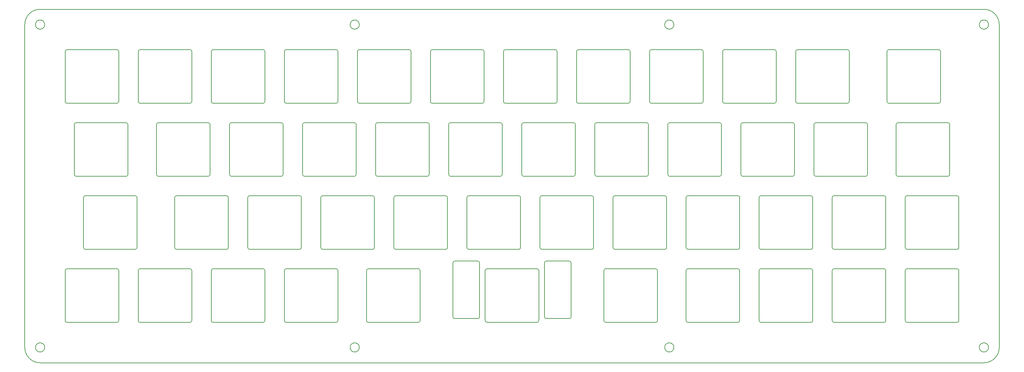
<source format=gm1>
G04 #@! TF.GenerationSoftware,KiCad,Pcbnew,(5.0.0)*
G04 #@! TF.CreationDate,2019-01-29T14:29:50-08:00*
G04 #@! TF.ProjectId,UT47.2-Top,555434372E322D546F702E6B69636164,rev?*
G04 #@! TF.SameCoordinates,Original*
G04 #@! TF.FileFunction,Profile,NP*
%FSLAX46Y46*%
G04 Gerber Fmt 4.6, Leading zero omitted, Abs format (unit mm)*
G04 Created by KiCad (PCBNEW (5.0.0)) date 01/29/19 14:29:50*
%MOMM*%
%LPD*%
G01*
G04 APERTURE LIST*
G04 #@! TA.AperFunction,NonConductor*
%ADD10C,0.200000*%
G04 #@! TD*
G04 APERTURE END LIST*
D10*
G04 #@! TO.C,J1*
X173767750Y-69024500D02*
X186767750Y-69024500D01*
X87542750Y-101574500D02*
X87542750Y-88574500D01*
X88042750Y-44924500D02*
G75*
G02X87542750Y-44424500I0J500000D01*
G01*
X87542750Y-31424500D02*
X87542750Y-44424500D01*
X186767750Y-69024500D02*
G75*
G02X187267750Y-69524500I0J-500000D01*
G01*
X206317750Y-82524500D02*
G75*
G02X205817750Y-83024500I-500000J0D01*
G01*
X88042750Y-102074500D02*
G75*
G02X87542750Y-101574500I0J500000D01*
G01*
X205817750Y-83024500D02*
X192817750Y-83024500D01*
X192817750Y-83024500D02*
G75*
G02X192317750Y-82524500I0J500000D01*
G01*
X192317750Y-82524500D02*
X192317750Y-69524500D01*
X101042750Y-102074500D02*
X88042750Y-102074500D01*
X192317750Y-69524500D02*
G75*
G02X192817750Y-69024500I500000J0D01*
G01*
X192817750Y-69024500D02*
X205817750Y-69024500D01*
X205817750Y-69024500D02*
G75*
G02X206317750Y-69524500I0J-500000D01*
G01*
X206317750Y-69524500D02*
X206317750Y-82524500D01*
X107109417Y-108599500D02*
G75*
G03X107109417Y-108599500I-1200000J0D01*
G01*
X101542750Y-44424500D02*
G75*
G02X101042750Y-44924500I-500000J0D01*
G01*
X88042750Y-44924500D02*
X101042750Y-44924500D01*
X101542750Y-44424500D02*
X101542750Y-31424500D01*
X101042750Y-30924500D02*
G75*
G02X101542750Y-31424500I0J-500000D01*
G01*
X101042750Y-30924500D02*
X88042750Y-30924500D01*
X87542750Y-31424500D02*
G75*
G02X88042750Y-30924500I500000J0D01*
G01*
X173267750Y-69524500D02*
G75*
G02X173767750Y-69024500I500000J0D01*
G01*
X230917750Y-69024500D02*
X243917750Y-69024500D01*
X230917750Y-83024500D02*
G75*
G02X230417750Y-82524500I0J500000D01*
G01*
X155868250Y-101074500D02*
G75*
G02X155368250Y-100574500I0J500000D01*
G01*
X161868250Y-86074500D02*
G75*
G02X162368250Y-86574500I0J-500000D01*
G01*
X162368250Y-86574500D02*
X162368250Y-100574500D01*
X230417750Y-82524500D02*
X230417750Y-69524500D01*
X243917750Y-69024500D02*
G75*
G02X244417750Y-69524500I0J-500000D01*
G01*
X244417750Y-82524500D02*
G75*
G02X243917750Y-83024500I-500000J0D01*
G01*
X243917750Y-83024500D02*
X230917750Y-83024500D01*
X244417750Y-69524500D02*
X244417750Y-82524500D01*
X155368250Y-100574500D02*
X155368250Y-86574500D01*
X155868250Y-86074500D02*
X161868250Y-86074500D01*
X111355250Y-50474500D02*
G75*
G02X111855250Y-49974500I500000J0D01*
G01*
X155368250Y-86574500D02*
G75*
G02X155868250Y-86074500I500000J0D01*
G01*
X111855250Y-49974500D02*
X124855250Y-49974500D01*
X111855250Y-63974500D02*
G75*
G02X111355250Y-63474500I0J500000D01*
G01*
X230417750Y-69524500D02*
G75*
G02X230917750Y-69024500I500000J0D01*
G01*
X125355250Y-50474500D02*
X125355250Y-63474500D01*
X125355250Y-63474500D02*
G75*
G02X124855250Y-63974500I-500000J0D01*
G01*
X161868250Y-101074500D02*
X155868250Y-101074500D01*
X124855250Y-63974500D02*
X111855250Y-63974500D01*
X162368250Y-100574500D02*
G75*
G02X161868250Y-101074500I-500000J0D01*
G01*
X124855250Y-49974500D02*
G75*
G02X125355250Y-50474500I0J-500000D01*
G01*
X30892750Y-44924500D02*
G75*
G02X30392750Y-44424500I0J500000D01*
G01*
X43892750Y-30924500D02*
G75*
G02X44392750Y-31424500I0J-500000D01*
G01*
X44392750Y-31424500D02*
X44392750Y-44424500D01*
X120092750Y-30924500D02*
G75*
G02X120592750Y-31424500I0J-500000D01*
G01*
X30392750Y-44424500D02*
X30392750Y-31424500D01*
X120092750Y-44924500D02*
X107092750Y-44924500D01*
X87542750Y-88574500D02*
G75*
G02X88042750Y-88074500I500000J0D01*
G01*
X88042750Y-88074500D02*
X101042750Y-88074500D01*
X30392750Y-31424500D02*
G75*
G02X30892750Y-30924500I500000J0D01*
G01*
X44392750Y-44424500D02*
G75*
G02X43892750Y-44924500I-500000J0D01*
G01*
X101042750Y-88074500D02*
G75*
G02X101542750Y-88574500I0J-500000D01*
G01*
X135167750Y-82524500D02*
X135167750Y-69524500D01*
X101542750Y-88574500D02*
X101542750Y-101574500D01*
X101542750Y-101574500D02*
G75*
G02X101042750Y-102074500I-500000J0D01*
G01*
X106592750Y-31424500D02*
G75*
G02X107092750Y-30924500I500000J0D01*
G01*
X43892750Y-44924500D02*
X30892750Y-44924500D01*
X120592750Y-31424500D02*
X120592750Y-44424500D01*
X120592750Y-44424500D02*
G75*
G02X120092750Y-44924500I-500000J0D01*
G01*
X107109417Y-24399500D02*
G75*
G03X107109417Y-24399500I-1200000J0D01*
G01*
X30892750Y-30924500D02*
X43892750Y-30924500D01*
X106592750Y-44424500D02*
X106592750Y-31424500D01*
X107092750Y-44924500D02*
G75*
G02X106592750Y-44424500I0J500000D01*
G01*
X107092750Y-30924500D02*
X120092750Y-30924500D01*
X49155250Y-82524500D02*
G75*
G02X48655250Y-83024500I-500000J0D01*
G01*
X226155250Y-49974500D02*
X239155250Y-49974500D01*
X49155250Y-69524500D02*
X49155250Y-82524500D01*
X239155250Y-63974500D02*
X226155250Y-63974500D01*
X35155250Y-82524500D02*
X35155250Y-69524500D01*
X111355250Y-63474500D02*
X111355250Y-50474500D01*
X162955250Y-49974500D02*
G75*
G02X163455250Y-50474500I0J-500000D01*
G01*
X149455250Y-50474500D02*
G75*
G02X149955250Y-49974500I500000J0D01*
G01*
X163455250Y-50474500D02*
X163455250Y-63474500D01*
X163455250Y-63474500D02*
G75*
G02X162955250Y-63974500I-500000J0D01*
G01*
X149955250Y-49974500D02*
X162955250Y-49974500D01*
X162955250Y-63974500D02*
X149955250Y-63974500D01*
X149955250Y-63974500D02*
G75*
G02X149455250Y-63474500I0J500000D01*
G01*
X149455250Y-63474500D02*
X149455250Y-50474500D01*
X35155250Y-69524500D02*
G75*
G02X35655250Y-69024500I500000J0D01*
G01*
X35655250Y-69024500D02*
X48655250Y-69024500D01*
X48655250Y-69024500D02*
G75*
G02X49155250Y-69524500I0J-500000D01*
G01*
X239655250Y-50474500D02*
X239655250Y-63474500D01*
X48655250Y-83024500D02*
X35655250Y-83024500D01*
X225655250Y-50474500D02*
G75*
G02X226155250Y-49974500I500000J0D01*
G01*
X239155250Y-49974500D02*
G75*
G02X239655250Y-50474500I0J-500000D01*
G01*
X239655250Y-63474500D02*
G75*
G02X239155250Y-63974500I-500000J0D01*
G01*
X35655250Y-83024500D02*
G75*
G02X35155250Y-82524500I0J500000D01*
G01*
X221392750Y-44924500D02*
G75*
G02X220892750Y-44424500I0J500000D01*
G01*
X49442750Y-44424500D02*
X49442750Y-31424500D01*
X192817750Y-88074500D02*
X205817750Y-88074500D01*
X68205250Y-63474500D02*
G75*
G02X67705250Y-63974500I-500000J0D01*
G01*
X54705250Y-63974500D02*
G75*
G02X54205250Y-63474500I0J500000D01*
G01*
X145192750Y-30924500D02*
X158192750Y-30924500D01*
X63442750Y-31424500D02*
X63442750Y-44424500D01*
X49942750Y-30924500D02*
X62942750Y-30924500D01*
X220892750Y-31424500D02*
G75*
G02X221392750Y-30924500I500000J0D01*
G01*
X144692750Y-31424500D02*
G75*
G02X145192750Y-30924500I500000J0D01*
G01*
X49942750Y-44924500D02*
G75*
G02X49442750Y-44424500I0J500000D01*
G01*
X215342750Y-30924500D02*
G75*
G02X215842750Y-31424500I0J-500000D01*
G01*
X221392750Y-30924500D02*
X234392750Y-30924500D01*
X158692750Y-31424500D02*
X158692750Y-44424500D01*
X234392750Y-44924500D02*
X221392750Y-44924500D01*
X215842750Y-31424500D02*
X215842750Y-44424500D01*
X202342750Y-44924500D02*
G75*
G02X201842750Y-44424500I0J500000D01*
G01*
X62942750Y-44924500D02*
X49942750Y-44924500D01*
X205817750Y-88074500D02*
G75*
G02X206317750Y-88574500I0J-500000D01*
G01*
X215342750Y-44924500D02*
X202342750Y-44924500D01*
X158692750Y-44424500D02*
G75*
G02X158192750Y-44924500I-500000J0D01*
G01*
X62942750Y-30924500D02*
G75*
G02X63442750Y-31424500I0J-500000D01*
G01*
X234892750Y-44424500D02*
G75*
G02X234392750Y-44924500I-500000J0D01*
G01*
X206317750Y-88574500D02*
X206317750Y-101574500D01*
X202342750Y-30924500D02*
X215342750Y-30924500D01*
X144692750Y-44424500D02*
X144692750Y-31424500D01*
X49442750Y-31424500D02*
G75*
G02X49942750Y-30924500I500000J0D01*
G01*
X63442750Y-44424500D02*
G75*
G02X62942750Y-44924500I-500000J0D01*
G01*
X192817750Y-102074500D02*
G75*
G02X192317750Y-101574500I0J500000D01*
G01*
X158192750Y-44924500D02*
X145192750Y-44924500D01*
X54205250Y-50474500D02*
G75*
G02X54705250Y-49974500I500000J0D01*
G01*
X234392750Y-30924500D02*
G75*
G02X234892750Y-31424500I0J-500000D01*
G01*
X68205250Y-50474500D02*
X68205250Y-63474500D01*
X206317750Y-101574500D02*
G75*
G02X205817750Y-102074500I-500000J0D01*
G01*
X205817750Y-102074500D02*
X192817750Y-102074500D01*
X192317750Y-101574500D02*
X192317750Y-88574500D01*
X67705250Y-63974500D02*
X54705250Y-63974500D01*
X54705250Y-49974500D02*
X67705250Y-49974500D01*
X234892750Y-31424500D02*
X234892750Y-44424500D01*
X220892750Y-44424500D02*
X220892750Y-31424500D01*
X192317750Y-88574500D02*
G75*
G02X192817750Y-88074500I500000J0D01*
G01*
X201842750Y-44424500D02*
X201842750Y-31424500D01*
X158192750Y-30924500D02*
G75*
G02X158692750Y-31424500I0J-500000D01*
G01*
X67705250Y-49974500D02*
G75*
G02X68205250Y-50474500I0J-500000D01*
G01*
X215842750Y-44424500D02*
G75*
G02X215342750Y-44924500I-500000J0D01*
G01*
X145192750Y-44924500D02*
G75*
G02X144692750Y-44424500I0J500000D01*
G01*
X82492750Y-31424500D02*
X82492750Y-44424500D01*
X81992750Y-44924500D02*
X68992750Y-44924500D01*
X258205250Y-30924500D02*
G75*
G02X258705250Y-31424500I0J-500000D01*
G01*
X244705250Y-44424500D02*
X244705250Y-31424500D01*
X258705250Y-44424500D02*
G75*
G02X258205250Y-44924500I-500000J0D01*
G01*
X68492750Y-31424500D02*
G75*
G02X68992750Y-30924500I500000J0D01*
G01*
X68992750Y-30924500D02*
X81992750Y-30924500D01*
X81992750Y-30924500D02*
G75*
G02X82492750Y-31424500I0J-500000D01*
G01*
X68492750Y-44424500D02*
X68492750Y-31424500D01*
X258205250Y-44924500D02*
X245205250Y-44924500D01*
X245205250Y-44924500D02*
G75*
G02X244705250Y-44424500I0J500000D01*
G01*
X135167750Y-69524500D02*
G75*
G02X135667750Y-69024500I500000J0D01*
G01*
X135667750Y-69024500D02*
X148667750Y-69024500D01*
X148667750Y-69024500D02*
G75*
G02X149167750Y-69524500I0J-500000D01*
G01*
X149167750Y-69524500D02*
X149167750Y-82524500D01*
X149167750Y-82524500D02*
G75*
G02X148667750Y-83024500I-500000J0D01*
G01*
X68992750Y-44924500D02*
G75*
G02X68492750Y-44424500I0J500000D01*
G01*
X258705250Y-31424500D02*
X258705250Y-44424500D01*
X244705250Y-31424500D02*
G75*
G02X245205250Y-30924500I500000J0D01*
G01*
X148667750Y-83024500D02*
X135667750Y-83024500D01*
X245205250Y-30924500D02*
X258205250Y-30924500D01*
X135667750Y-83024500D02*
G75*
G02X135167750Y-82524500I0J500000D01*
G01*
X82492750Y-44424500D02*
G75*
G02X81992750Y-44924500I-500000J0D01*
G01*
X189151083Y-108599500D02*
G75*
G03X189151083Y-108599500I-1200000J0D01*
G01*
X23867750Y-112599500D02*
G75*
G02X19867750Y-108599500I0J4000000D01*
G01*
X154717750Y-83024500D02*
G75*
G02X154217750Y-82524500I0J500000D01*
G01*
X269992750Y-112599500D02*
X23867750Y-112599500D01*
X167717750Y-69024500D02*
G75*
G02X168217750Y-69524500I0J-500000D01*
G01*
X168217750Y-69524500D02*
X168217750Y-82524500D01*
X23867750Y-20399500D02*
X269992750Y-20399500D01*
X19867750Y-108599500D02*
X19867750Y-24399500D01*
X168217750Y-82524500D02*
G75*
G02X167717750Y-83024500I-500000J0D01*
G01*
X154217750Y-82524500D02*
X154217750Y-69524500D01*
X273992750Y-24399500D02*
X273992750Y-108599500D01*
X271192750Y-24399500D02*
G75*
G03X271192750Y-24399500I-1200000J0D01*
G01*
X154217750Y-69524500D02*
G75*
G02X154717750Y-69024500I500000J0D01*
G01*
X19867750Y-24399500D02*
G75*
G02X23867750Y-20399500I4000000J0D01*
G01*
X269992750Y-20399500D02*
G75*
G02X273992750Y-24399500I0J-4000000D01*
G01*
X167717750Y-83024500D02*
X154717750Y-83024500D01*
X154717750Y-69024500D02*
X167717750Y-69024500D01*
X273992750Y-108599500D02*
G75*
G02X269992750Y-112599500I-4000000J0D01*
G01*
X186767750Y-83024500D02*
X173767750Y-83024500D01*
X247086500Y-50474500D02*
G75*
G02X247586500Y-49974500I500000J0D01*
G01*
X182505250Y-63474500D02*
G75*
G02X182005250Y-63974500I-500000J0D01*
G01*
X182005250Y-63974500D02*
X169005250Y-63974500D01*
X247086500Y-50474500D02*
X247086500Y-63474500D01*
X169005250Y-63974500D02*
G75*
G02X168505250Y-63474500I0J500000D01*
G01*
X168505250Y-63474500D02*
X168505250Y-50474500D01*
X260586500Y-49974500D02*
X247586500Y-49974500D01*
X182505250Y-50474500D02*
X182505250Y-63474500D01*
X125642750Y-31424500D02*
G75*
G02X126142750Y-30924500I500000J0D01*
G01*
X126142750Y-30924500D02*
X139142750Y-30924500D01*
X187267750Y-69524500D02*
X187267750Y-82524500D01*
X261086500Y-63474500D02*
G75*
G02X260586500Y-63974500I-500000J0D01*
G01*
X261086500Y-63474500D02*
X261086500Y-50474500D01*
X173267750Y-82524500D02*
X173267750Y-69524500D01*
X247586500Y-63974500D02*
G75*
G02X247086500Y-63474500I0J500000D01*
G01*
X247586500Y-63974500D02*
X260586500Y-63974500D01*
X260586500Y-49974500D02*
G75*
G02X261086500Y-50474500I0J-500000D01*
G01*
X173767750Y-83024500D02*
G75*
G02X173267750Y-82524500I0J500000D01*
G01*
X168505250Y-50474500D02*
G75*
G02X169005250Y-49974500I500000J0D01*
G01*
X187267750Y-82524500D02*
G75*
G02X186767750Y-83024500I-500000J0D01*
G01*
X169005250Y-49974500D02*
X182005250Y-49974500D01*
X182005250Y-49974500D02*
G75*
G02X182505250Y-50474500I0J-500000D01*
G01*
X137992250Y-101074500D02*
X131992250Y-101074500D01*
X225367750Y-101574500D02*
G75*
G02X224867750Y-102074500I-500000J0D01*
G01*
X224867750Y-102074500D02*
X211867750Y-102074500D01*
X211867750Y-102074500D02*
G75*
G02X211367750Y-101574500I0J500000D01*
G01*
X211367750Y-101574500D02*
X211367750Y-88574500D01*
X220105250Y-63974500D02*
X207105250Y-63974500D01*
X59467750Y-69024500D02*
X72467750Y-69024500D01*
X68492750Y-88574500D02*
G75*
G02X68992750Y-88074500I500000J0D01*
G01*
X68992750Y-88074500D02*
X81992750Y-88074500D01*
X81992750Y-88074500D02*
G75*
G02X82492750Y-88574500I0J-500000D01*
G01*
X207105250Y-63974500D02*
G75*
G02X206605250Y-63474500I0J500000D01*
G01*
X138492250Y-86574500D02*
X138492250Y-100574500D01*
X201555250Y-50474500D02*
X201555250Y-63474500D01*
X82492750Y-88574500D02*
X82492750Y-101574500D01*
X82492750Y-101574500D02*
G75*
G02X81992750Y-102074500I-500000J0D01*
G01*
X59467750Y-83024500D02*
G75*
G02X58967750Y-82524500I0J500000D01*
G01*
X211867750Y-88074500D02*
X224867750Y-88074500D01*
X81992750Y-102074500D02*
X68992750Y-102074500D01*
X68992750Y-102074500D02*
G75*
G02X68492750Y-101574500I0J500000D01*
G01*
X138492250Y-100574500D02*
G75*
G02X137992250Y-101074500I-500000J0D01*
G01*
X68492750Y-101574500D02*
X68492750Y-88574500D01*
X201842750Y-31424500D02*
G75*
G02X202342750Y-30924500I500000J0D01*
G01*
X207105250Y-49974500D02*
X220105250Y-49974500D01*
X58967750Y-69524500D02*
G75*
G02X59467750Y-69024500I500000J0D01*
G01*
X131992250Y-101074500D02*
G75*
G02X131492250Y-100574500I0J500000D01*
G01*
X131492250Y-86574500D02*
G75*
G02X131992250Y-86074500I500000J0D01*
G01*
X131992250Y-86074500D02*
X137992250Y-86074500D01*
X187555250Y-50474500D02*
G75*
G02X188055250Y-49974500I500000J0D01*
G01*
X188055250Y-49974500D02*
X201055250Y-49974500D01*
X137992250Y-86074500D02*
G75*
G02X138492250Y-86574500I0J-500000D01*
G01*
X201055250Y-49974500D02*
G75*
G02X201555250Y-50474500I0J-500000D01*
G01*
X206605250Y-63474500D02*
X206605250Y-50474500D01*
X72967750Y-82524500D02*
G75*
G02X72467750Y-83024500I-500000J0D01*
G01*
X187555250Y-63474500D02*
X187555250Y-50474500D01*
X58967750Y-82524500D02*
X58967750Y-69524500D01*
X211367750Y-88574500D02*
G75*
G02X211867750Y-88074500I500000J0D01*
G01*
X225367750Y-88574500D02*
X225367750Y-101574500D01*
X72967750Y-69524500D02*
X72967750Y-82524500D01*
X206605250Y-50474500D02*
G75*
G02X207105250Y-49974500I500000J0D01*
G01*
X131492250Y-100574500D02*
X131492250Y-86574500D01*
X72467750Y-83024500D02*
X59467750Y-83024500D01*
X201555250Y-63474500D02*
G75*
G02X201055250Y-63974500I-500000J0D01*
G01*
X201055250Y-63974500D02*
X188055250Y-63974500D01*
X188055250Y-63974500D02*
G75*
G02X187555250Y-63474500I0J500000D01*
G01*
X72467750Y-69024500D02*
G75*
G02X72967750Y-69524500I0J-500000D01*
G01*
X224867750Y-88074500D02*
G75*
G02X225367750Y-88574500I0J-500000D01*
G01*
X105805250Y-49974500D02*
G75*
G02X106305250Y-50474500I0J-500000D01*
G01*
X110567750Y-69024500D02*
G75*
G02X111067750Y-69524500I0J-500000D01*
G01*
X91517750Y-69024500D02*
G75*
G02X92017750Y-69524500I0J-500000D01*
G01*
X110567750Y-83024500D02*
X97567750Y-83024500D01*
X49442750Y-88574500D02*
X49442750Y-101574500D01*
X211867750Y-69024500D02*
X224867750Y-69024500D01*
X122474000Y-102074500D02*
X109474000Y-102074500D01*
X122974000Y-88574500D02*
X122974000Y-101574500D01*
X211867750Y-83024500D02*
G75*
G02X211367750Y-82524500I0J500000D01*
G01*
X49942750Y-102074500D02*
X62942750Y-102074500D01*
X63442750Y-101574500D02*
X63442750Y-88574500D01*
X97567750Y-69024500D02*
X110567750Y-69024500D01*
X111067750Y-69524500D02*
X111067750Y-82524500D01*
X78517750Y-69024500D02*
X91517750Y-69024500D01*
X92017750Y-82524500D02*
G75*
G02X91517750Y-83024500I-500000J0D01*
G01*
X111067750Y-82524500D02*
G75*
G02X110567750Y-83024500I-500000J0D01*
G01*
X108974000Y-101574500D02*
X108974000Y-88574500D01*
X25067750Y-24399500D02*
G75*
G03X25067750Y-24399500I-1200000J0D01*
G01*
X211367750Y-69524500D02*
G75*
G02X211867750Y-69024500I500000J0D01*
G01*
X54205250Y-63474500D02*
X54205250Y-50474500D01*
X122974000Y-101574500D02*
G75*
G02X122474000Y-102074500I-500000J0D01*
G01*
X225367750Y-69524500D02*
X225367750Y-82524500D01*
X211367750Y-82524500D02*
X211367750Y-69524500D01*
X62942750Y-88074500D02*
X49942750Y-88074500D01*
X122474000Y-88074500D02*
G75*
G02X122974000Y-88574500I0J-500000D01*
G01*
X224867750Y-83024500D02*
X211867750Y-83024500D01*
X109474000Y-102074500D02*
G75*
G02X108974000Y-101574500I0J500000D01*
G01*
X49442750Y-88574500D02*
G75*
G02X49942750Y-88074500I500000J0D01*
G01*
X62942750Y-88074500D02*
G75*
G02X63442750Y-88574500I0J-500000D01*
G01*
X97067750Y-69524500D02*
G75*
G02X97567750Y-69024500I500000J0D01*
G01*
X97567750Y-83024500D02*
G75*
G02X97067750Y-82524500I0J500000D01*
G01*
X97067750Y-82524500D02*
X97067750Y-69524500D01*
X78017750Y-69524500D02*
G75*
G02X78517750Y-69024500I500000J0D01*
G01*
X92017750Y-69524500D02*
X92017750Y-82524500D01*
X91517750Y-83024500D02*
X78517750Y-83024500D01*
X109474000Y-88074500D02*
X122474000Y-88074500D01*
X225367750Y-82524500D02*
G75*
G02X224867750Y-83024500I-500000J0D01*
G01*
X25067750Y-108599500D02*
G75*
G03X25067750Y-108599500I-1200000J0D01*
G01*
X78517750Y-83024500D02*
G75*
G02X78017750Y-82524500I0J500000D01*
G01*
X63442750Y-101574500D02*
G75*
G02X62942750Y-102074500I-500000J0D01*
G01*
X78017750Y-82524500D02*
X78017750Y-69524500D01*
X224867750Y-69024500D02*
G75*
G02X225367750Y-69524500I0J-500000D01*
G01*
X49942750Y-102074500D02*
G75*
G02X49442750Y-101574500I0J500000D01*
G01*
X108974000Y-88574500D02*
G75*
G02X109474000Y-88074500I500000J0D01*
G01*
X92305250Y-50474500D02*
G75*
G02X92805250Y-49974500I500000J0D01*
G01*
X92805250Y-49974500D02*
X105805250Y-49974500D01*
X220605250Y-50474500D02*
X220605250Y-63474500D01*
X220605250Y-63474500D02*
G75*
G02X220105250Y-63974500I-500000J0D01*
G01*
X46274000Y-49974500D02*
X33274000Y-49974500D01*
X226155250Y-63974500D02*
G75*
G02X225655250Y-63474500I0J500000D01*
G01*
X73255250Y-63474500D02*
X73255250Y-50474500D01*
X249967750Y-88074500D02*
X262967750Y-88074500D01*
X73755250Y-63974500D02*
G75*
G02X73255250Y-63474500I0J500000D01*
G01*
X249967750Y-69024500D02*
X262967750Y-69024500D01*
X262967750Y-83024500D02*
X249967750Y-83024500D01*
X87255250Y-63474500D02*
G75*
G02X86755250Y-63974500I-500000J0D01*
G01*
X73755250Y-49974500D02*
X86755250Y-49974500D01*
X86755250Y-63974500D02*
X73755250Y-63974500D01*
X262967750Y-102074500D02*
X249967750Y-102074500D01*
X46774000Y-63474500D02*
X46774000Y-50474500D01*
X249967750Y-83024500D02*
G75*
G02X249467750Y-82524500I0J500000D01*
G01*
X86755250Y-49974500D02*
G75*
G02X87255250Y-50474500I0J-500000D01*
G01*
X249467750Y-69524500D02*
G75*
G02X249967750Y-69024500I500000J0D01*
G01*
X33274000Y-63974500D02*
X46274000Y-63974500D01*
X263467750Y-82524500D02*
G75*
G02X262967750Y-83024500I-500000J0D01*
G01*
X46774000Y-63474500D02*
G75*
G02X46274000Y-63974500I-500000J0D01*
G01*
X46274000Y-49974500D02*
G75*
G02X46774000Y-50474500I0J-500000D01*
G01*
X263467750Y-69524500D02*
X263467750Y-82524500D01*
X263467750Y-101574500D02*
G75*
G02X262967750Y-102074500I-500000J0D01*
G01*
X87255250Y-50474500D02*
X87255250Y-63474500D01*
X249467750Y-82524500D02*
X249467750Y-69524500D01*
X189151083Y-24399500D02*
G75*
G03X189151083Y-24399500I-1200000J0D01*
G01*
X32774000Y-50474500D02*
X32774000Y-63474500D01*
X177242750Y-30924500D02*
G75*
G02X177742750Y-31424500I0J-500000D01*
G01*
X249967750Y-102074500D02*
G75*
G02X249467750Y-101574500I0J500000D01*
G01*
X262967750Y-69024500D02*
G75*
G02X263467750Y-69524500I0J-500000D01*
G01*
X249467750Y-101574500D02*
X249467750Y-88574500D01*
X225655250Y-63474500D02*
X225655250Y-50474500D01*
X32774000Y-50474500D02*
G75*
G02X33274000Y-49974500I500000J0D01*
G01*
X177742750Y-31424500D02*
X177742750Y-44424500D01*
X177742750Y-44424500D02*
G75*
G02X177242750Y-44924500I-500000J0D01*
G01*
X73255250Y-50474500D02*
G75*
G02X73755250Y-49974500I500000J0D01*
G01*
X249467750Y-88574500D02*
G75*
G02X249967750Y-88074500I500000J0D01*
G01*
X177242750Y-44924500D02*
X164242750Y-44924500D01*
X33274000Y-63974500D02*
G75*
G02X32774000Y-63474500I0J500000D01*
G01*
X164242750Y-44924500D02*
G75*
G02X163742750Y-44424500I0J500000D01*
G01*
X163742750Y-44424500D02*
X163742750Y-31424500D01*
X163742750Y-31424500D02*
G75*
G02X164242750Y-30924500I500000J0D01*
G01*
X164242750Y-30924500D02*
X177242750Y-30924500D01*
X263467750Y-88574500D02*
X263467750Y-101574500D01*
X262967750Y-88074500D02*
G75*
G02X263467750Y-88574500I0J-500000D01*
G01*
X220105250Y-49974500D02*
G75*
G02X220605250Y-50474500I0J-500000D01*
G01*
X153430250Y-102074500D02*
X140430250Y-102074500D01*
X43892750Y-88074500D02*
G75*
G02X44392750Y-88574500I0J-500000D01*
G01*
X106305250Y-50474500D02*
X106305250Y-63474500D01*
X183292750Y-44924500D02*
G75*
G02X182792750Y-44424500I0J500000D01*
G01*
X130405250Y-50474500D02*
G75*
G02X130905250Y-49974500I500000J0D01*
G01*
X43892750Y-102074500D02*
X30892750Y-102074500D01*
X30892750Y-88074500D02*
X43892750Y-88074500D01*
X92305250Y-63474500D02*
X92305250Y-50474500D01*
X196292750Y-44924500D02*
X183292750Y-44924500D01*
X170886500Y-101574500D02*
X170886500Y-88574500D01*
X130905250Y-49974500D02*
X143905250Y-49974500D01*
X44392750Y-88574500D02*
X44392750Y-101574500D01*
X153430250Y-88074500D02*
G75*
G02X153930250Y-88574500I0J-500000D01*
G01*
X130905250Y-63974500D02*
G75*
G02X130405250Y-63474500I0J500000D01*
G01*
X171386500Y-88074500D02*
X184386500Y-88074500D01*
X92805250Y-63974500D02*
G75*
G02X92305250Y-63474500I0J500000D01*
G01*
X196292750Y-30924500D02*
G75*
G02X196792750Y-31424500I0J-500000D01*
G01*
X143905250Y-49974500D02*
G75*
G02X144405250Y-50474500I0J-500000D01*
G01*
X184386500Y-88074500D02*
G75*
G02X184886500Y-88574500I0J-500000D01*
G01*
X184886500Y-88574500D02*
X184886500Y-101574500D01*
X44392750Y-101574500D02*
G75*
G02X43892750Y-102074500I-500000J0D01*
G01*
X30392750Y-101574500D02*
X30392750Y-88574500D01*
X139930250Y-88574500D02*
G75*
G02X140430250Y-88074500I500000J0D01*
G01*
X153930250Y-88574500D02*
X153930250Y-101574500D01*
X106305250Y-63474500D02*
G75*
G02X105805250Y-63974500I-500000J0D01*
G01*
X105805250Y-63974500D02*
X92805250Y-63974500D01*
X182792750Y-44424500D02*
X182792750Y-31424500D01*
X153930250Y-101574500D02*
G75*
G02X153430250Y-102074500I-500000J0D01*
G01*
X144405250Y-50474500D02*
X144405250Y-63474500D01*
X143905250Y-63974500D02*
X130905250Y-63974500D01*
X144405250Y-63474500D02*
G75*
G02X143905250Y-63974500I-500000J0D01*
G01*
X130405250Y-63474500D02*
X130405250Y-50474500D01*
X183292750Y-30924500D02*
X196292750Y-30924500D01*
X182792750Y-31424500D02*
G75*
G02X183292750Y-30924500I500000J0D01*
G01*
X170886500Y-88574500D02*
G75*
G02X171386500Y-88074500I500000J0D01*
G01*
X30392750Y-88574500D02*
G75*
G02X30892750Y-88074500I500000J0D01*
G01*
X184386500Y-102074500D02*
X171386500Y-102074500D01*
X30892750Y-102074500D02*
G75*
G02X30392750Y-101574500I0J500000D01*
G01*
X140430250Y-102074500D02*
G75*
G02X139930250Y-101574500I0J500000D01*
G01*
X196792750Y-44424500D02*
G75*
G02X196292750Y-44924500I-500000J0D01*
G01*
X139930250Y-101574500D02*
X139930250Y-88574500D01*
X140430250Y-88074500D02*
X153430250Y-88074500D01*
X196792750Y-31424500D02*
X196792750Y-44424500D01*
X184886500Y-101574500D02*
G75*
G02X184386500Y-102074500I-500000J0D01*
G01*
X171386500Y-102074500D02*
G75*
G02X170886500Y-101574500I0J500000D01*
G01*
X116117750Y-69524500D02*
G75*
G02X116617750Y-69024500I500000J0D01*
G01*
X129617750Y-69024500D02*
G75*
G02X130117750Y-69524500I0J-500000D01*
G01*
X130117750Y-69524500D02*
X130117750Y-82524500D01*
X129617750Y-83024500D02*
X116617750Y-83024500D01*
X116617750Y-83024500D02*
G75*
G02X116117750Y-82524500I0J500000D01*
G01*
X116117750Y-82524500D02*
X116117750Y-69524500D01*
X271192750Y-108599500D02*
G75*
G03X271192750Y-108599500I-1200000J0D01*
G01*
X230417750Y-88574500D02*
X230417750Y-101574500D01*
X230917750Y-102074500D02*
G75*
G02X230417750Y-101574500I0J500000D01*
G01*
X230917750Y-102074500D02*
X243917750Y-102074500D01*
X126142750Y-44924500D02*
G75*
G02X125642750Y-44424500I0J500000D01*
G01*
X244417750Y-101574500D02*
X244417750Y-88574500D01*
X139142750Y-44924500D02*
X126142750Y-44924500D01*
X130117750Y-82524500D02*
G75*
G02X129617750Y-83024500I-500000J0D01*
G01*
X243917750Y-88074500D02*
X230917750Y-88074500D01*
X139642750Y-44424500D02*
G75*
G02X139142750Y-44924500I-500000J0D01*
G01*
X125642750Y-44424500D02*
X125642750Y-31424500D01*
X243917750Y-88074500D02*
G75*
G02X244417750Y-88574500I0J-500000D01*
G01*
X244417750Y-101574500D02*
G75*
G02X243917750Y-102074500I-500000J0D01*
G01*
X230417750Y-88574500D02*
G75*
G02X230917750Y-88074500I500000J0D01*
G01*
X116617750Y-69024500D02*
X129617750Y-69024500D01*
X139142750Y-30924500D02*
G75*
G02X139642750Y-31424500I0J-500000D01*
G01*
X139642750Y-31424500D02*
X139642750Y-44424500D01*
G04 #@! TD*
M02*

</source>
